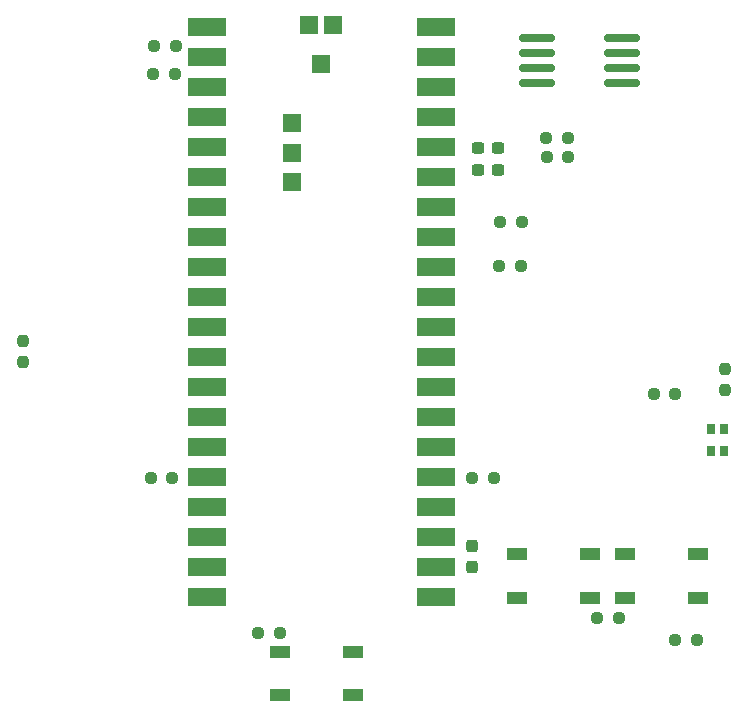
<source format=gbr>
%TF.GenerationSoftware,KiCad,Pcbnew,9.0.3*%
%TF.CreationDate,2025-08-19T17:15:27-04:00*%
%TF.ProjectId,PicoTag,5069636f-5461-4672-9e6b-696361645f70,rev?*%
%TF.SameCoordinates,Original*%
%TF.FileFunction,Paste,Top*%
%TF.FilePolarity,Positive*%
%FSLAX46Y46*%
G04 Gerber Fmt 4.6, Leading zero omitted, Abs format (unit mm)*
G04 Created by KiCad (PCBNEW 9.0.3) date 2025-08-19 17:15:27*
%MOMM*%
%LPD*%
G01*
G04 APERTURE LIST*
G04 Aperture macros list*
%AMRoundRect*
0 Rectangle with rounded corners*
0 $1 Rounding radius*
0 $2 $3 $4 $5 $6 $7 $8 $9 X,Y pos of 4 corners*
0 Add a 4 corners polygon primitive as box body*
4,1,4,$2,$3,$4,$5,$6,$7,$8,$9,$2,$3,0*
0 Add four circle primitives for the rounded corners*
1,1,$1+$1,$2,$3*
1,1,$1+$1,$4,$5*
1,1,$1+$1,$6,$7*
1,1,$1+$1,$8,$9*
0 Add four rect primitives between the rounded corners*
20,1,$1+$1,$2,$3,$4,$5,0*
20,1,$1+$1,$4,$5,$6,$7,0*
20,1,$1+$1,$6,$7,$8,$9,0*
20,1,$1+$1,$8,$9,$2,$3,0*%
G04 Aperture macros list end*
%ADD10RoundRect,0.237500X0.250000X0.237500X-0.250000X0.237500X-0.250000X-0.237500X0.250000X-0.237500X0*%
%ADD11R,1.800000X1.100000*%
%ADD12RoundRect,0.237500X-0.250000X-0.237500X0.250000X-0.237500X0.250000X0.237500X-0.250000X0.237500X0*%
%ADD13RoundRect,0.237500X-0.237500X0.250000X-0.237500X-0.250000X0.237500X-0.250000X0.237500X0.250000X0*%
%ADD14R,0.700000X0.900000*%
%ADD15RoundRect,0.237500X0.300000X0.237500X-0.300000X0.237500X-0.300000X-0.237500X0.300000X-0.237500X0*%
%ADD16RoundRect,0.237500X0.237500X-0.250000X0.237500X0.250000X-0.237500X0.250000X-0.237500X-0.250000X0*%
%ADD17RoundRect,0.237500X-0.237500X0.300000X-0.237500X-0.300000X0.237500X-0.300000X0.237500X0.300000X0*%
%ADD18R,3.200000X1.600000*%
%ADD19R,1.500000X1.500000*%
%ADD20RoundRect,0.175000X-1.325000X-0.175000X1.325000X-0.175000X1.325000X0.175000X-1.325000X0.175000X0*%
G04 APERTURE END LIST*
D10*
%TO.C,R8*%
X141412500Y-78100000D03*
X139587500Y-78100000D03*
%TD*%
D11*
%TO.C,BTN1*%
X176784000Y-88282000D03*
X170584000Y-88282000D03*
X176784000Y-84582000D03*
X170584000Y-84582000D03*
%TD*%
D12*
%TO.C,R9*%
X139800000Y-43942000D03*
X141625000Y-43942000D03*
%TD*%
D10*
%TO.C,R7*%
X170912500Y-60200000D03*
X169087500Y-60200000D03*
%TD*%
D13*
%TO.C,R2*%
X128800000Y-66487500D03*
X128800000Y-68312500D03*
%TD*%
D12*
%TO.C,R1*%
X169175000Y-56400000D03*
X171000000Y-56400000D03*
%TD*%
%TO.C,R13*%
X183975000Y-91800000D03*
X185800000Y-91800000D03*
%TD*%
D14*
%TO.C,LED1*%
X188100000Y-73960000D03*
X187000000Y-73960000D03*
X187000000Y-75800000D03*
X188100000Y-75800000D03*
%TD*%
D15*
%TO.C,C4*%
X169000000Y-52000000D03*
X167275000Y-52000000D03*
%TD*%
D10*
%TO.C,R3*%
X174912500Y-50900000D03*
X173087500Y-50900000D03*
%TD*%
D11*
%TO.C,BTN2*%
X185905000Y-88282000D03*
X179705000Y-88282000D03*
X185905000Y-84582000D03*
X179705000Y-84582000D03*
%TD*%
D12*
%TO.C,R11*%
X148687500Y-91200000D03*
X150512500Y-91200000D03*
%TD*%
D15*
%TO.C,C2*%
X169000000Y-50200000D03*
X167275000Y-50200000D03*
%TD*%
D16*
%TO.C,R4*%
X188200000Y-70700000D03*
X188200000Y-68875000D03*
%TD*%
D10*
%TO.C,R12*%
X179212500Y-90000000D03*
X177387500Y-90000000D03*
%TD*%
%TO.C,R12*%
X184000000Y-71000000D03*
X182175000Y-71000000D03*
%TD*%
D12*
%TO.C,R5*%
X166775000Y-78100000D03*
X168600000Y-78100000D03*
%TD*%
%TO.C,R10*%
X139875000Y-41500000D03*
X141700000Y-41500000D03*
%TD*%
%TO.C,R6*%
X173077500Y-49300000D03*
X174902500Y-49300000D03*
%TD*%
D11*
%TO.C,RESET1*%
X150518000Y-92820000D03*
X156718000Y-92820000D03*
X150518000Y-96520000D03*
X156718000Y-96520000D03*
%TD*%
D17*
%TO.C,C3*%
X166750000Y-83887500D03*
X166750000Y-85612500D03*
%TD*%
D18*
%TO.C,U1*%
X144310000Y-39950000D03*
X144310000Y-42490000D03*
X144310000Y-45030000D03*
X144310000Y-47570000D03*
X144310000Y-50110000D03*
X144310000Y-52650000D03*
X144310000Y-55190000D03*
X144310000Y-57730000D03*
X144310000Y-60270000D03*
X144310000Y-62810000D03*
X144310000Y-65350000D03*
X144310000Y-67890000D03*
X144310000Y-70430000D03*
X144310000Y-72970000D03*
X144310000Y-75510000D03*
X144310000Y-78050000D03*
X144310000Y-80590000D03*
X144310000Y-83130000D03*
X144310000Y-85670000D03*
X144310000Y-88210000D03*
X163690000Y-88210000D03*
X163690000Y-85670000D03*
X163690000Y-83130000D03*
X163690000Y-80590000D03*
X163690000Y-78050000D03*
X163690000Y-75510000D03*
X163690000Y-72970000D03*
X163690000Y-70430000D03*
X163690000Y-67890000D03*
X163690000Y-65350000D03*
X163690000Y-62810000D03*
X163690000Y-60270000D03*
X163690000Y-57730000D03*
X163690000Y-55190000D03*
X163690000Y-52650000D03*
X163690000Y-50110000D03*
X163690000Y-47570000D03*
X163690000Y-45030000D03*
X163690000Y-42490000D03*
X163690000Y-39950000D03*
D19*
X154000000Y-43090000D03*
X155000000Y-39790000D03*
X153000000Y-39790000D03*
X151500000Y-48080000D03*
X151500000Y-50580000D03*
X151500000Y-53080000D03*
%TD*%
D20*
%TO.C,C1*%
X172312500Y-40845000D03*
X172312500Y-42115000D03*
X172312500Y-43385000D03*
X172312500Y-44655000D03*
X179487500Y-44655000D03*
X179487500Y-43385000D03*
X179487500Y-42115000D03*
X179487500Y-40845000D03*
%TD*%
M02*

</source>
